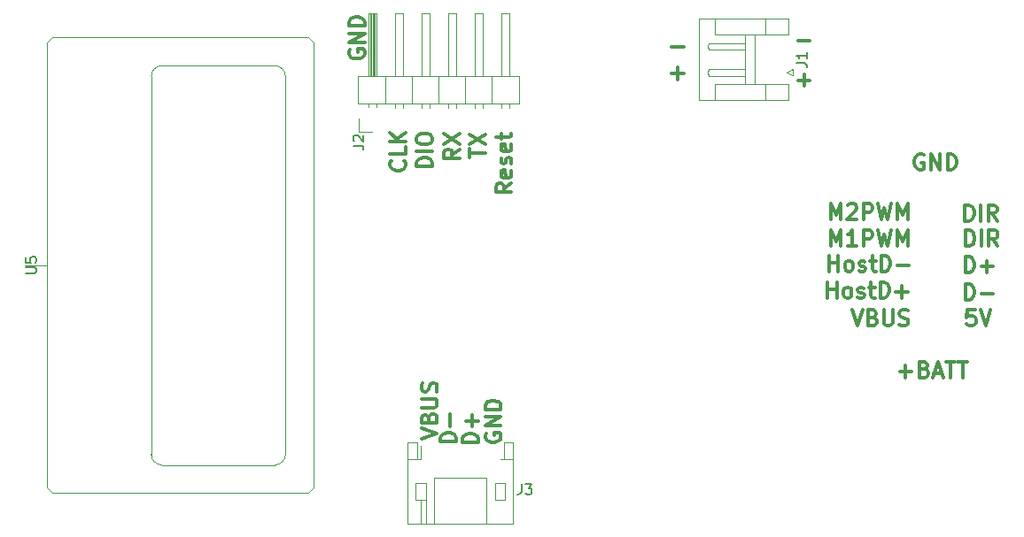
<source format=gto>
G04 #@! TF.FileFunction,Copper,L1,Top,Signal*
%FSLAX46Y46*%
G04 Gerber Fmt 4.6, Leading zero omitted, Abs format (unit mm)*
G04 Created by KiCad (PCBNEW 4.0.7) date *
%MOMM*%
%LPD*%
G01*
G04 APERTURE LIST*
%ADD10C,0.100000*%
%ADD11C,0.300000*%
%ADD12C,0.120000*%
%ADD13C,0.150000*%
G04 APERTURE END LIST*
D10*
X105240082Y-105457074D02*
X107240082Y-105457074D01*
D11*
X151745071Y-97615142D02*
X151030786Y-98115142D01*
X151745071Y-98472285D02*
X150245071Y-98472285D01*
X150245071Y-97900857D01*
X150316500Y-97757999D01*
X150387929Y-97686571D01*
X150530786Y-97615142D01*
X150745071Y-97615142D01*
X150887929Y-97686571D01*
X150959357Y-97757999D01*
X151030786Y-97900857D01*
X151030786Y-98472285D01*
X151673643Y-96400857D02*
X151745071Y-96543714D01*
X151745071Y-96829428D01*
X151673643Y-96972285D01*
X151530786Y-97043714D01*
X150959357Y-97043714D01*
X150816500Y-96972285D01*
X150745071Y-96829428D01*
X150745071Y-96543714D01*
X150816500Y-96400857D01*
X150959357Y-96329428D01*
X151102214Y-96329428D01*
X151245071Y-97043714D01*
X151673643Y-95758000D02*
X151745071Y-95615143D01*
X151745071Y-95329428D01*
X151673643Y-95186571D01*
X151530786Y-95115143D01*
X151459357Y-95115143D01*
X151316500Y-95186571D01*
X151245071Y-95329428D01*
X151245071Y-95543714D01*
X151173643Y-95686571D01*
X151030786Y-95758000D01*
X150959357Y-95758000D01*
X150816500Y-95686571D01*
X150745071Y-95543714D01*
X150745071Y-95329428D01*
X150816500Y-95186571D01*
X151673643Y-93900857D02*
X151745071Y-94043714D01*
X151745071Y-94329428D01*
X151673643Y-94472285D01*
X151530786Y-94543714D01*
X150959357Y-94543714D01*
X150816500Y-94472285D01*
X150745071Y-94329428D01*
X150745071Y-94043714D01*
X150816500Y-93900857D01*
X150959357Y-93829428D01*
X151102214Y-93829428D01*
X151245071Y-94543714D01*
X150745071Y-93400857D02*
X150745071Y-92829428D01*
X150245071Y-93186571D02*
X151530786Y-93186571D01*
X151673643Y-93115143D01*
X151745071Y-92972285D01*
X151745071Y-92829428D01*
X147768571Y-95122857D02*
X147768571Y-94265714D01*
X149268571Y-94694285D02*
X147768571Y-94694285D01*
X147768571Y-93908571D02*
X149268571Y-92908571D01*
X147768571Y-92908571D02*
X149268571Y-93908571D01*
X146792071Y-94356999D02*
X146077786Y-94856999D01*
X146792071Y-95214142D02*
X145292071Y-95214142D01*
X145292071Y-94642714D01*
X145363500Y-94499856D01*
X145434929Y-94428428D01*
X145577786Y-94356999D01*
X145792071Y-94356999D01*
X145934929Y-94428428D01*
X146006357Y-94499856D01*
X146077786Y-94642714D01*
X146077786Y-95214142D01*
X145292071Y-93856999D02*
X146792071Y-92856999D01*
X145292071Y-92856999D02*
X146792071Y-93856999D01*
X144188571Y-96023714D02*
X142688571Y-96023714D01*
X142688571Y-95666571D01*
X142760000Y-95452286D01*
X142902857Y-95309428D01*
X143045714Y-95238000D01*
X143331429Y-95166571D01*
X143545714Y-95166571D01*
X143831429Y-95238000D01*
X143974286Y-95309428D01*
X144117143Y-95452286D01*
X144188571Y-95666571D01*
X144188571Y-96023714D01*
X144188571Y-94523714D02*
X142688571Y-94523714D01*
X142688571Y-93523714D02*
X142688571Y-93238000D01*
X142760000Y-93095142D01*
X142902857Y-92952285D01*
X143188571Y-92880857D01*
X143688571Y-92880857D01*
X143974286Y-92952285D01*
X144117143Y-93095142D01*
X144188571Y-93238000D01*
X144188571Y-93523714D01*
X144117143Y-93666571D01*
X143974286Y-93809428D01*
X143688571Y-93880857D01*
X143188571Y-93880857D01*
X142902857Y-93809428D01*
X142760000Y-93666571D01*
X142688571Y-93523714D01*
X141505714Y-95444357D02*
X141577143Y-95515786D01*
X141648571Y-95730072D01*
X141648571Y-95872929D01*
X141577143Y-96087214D01*
X141434286Y-96230072D01*
X141291429Y-96301500D01*
X141005714Y-96372929D01*
X140791429Y-96372929D01*
X140505714Y-96301500D01*
X140362857Y-96230072D01*
X140220000Y-96087214D01*
X140148571Y-95872929D01*
X140148571Y-95730072D01*
X140220000Y-95515786D01*
X140291429Y-95444357D01*
X141648571Y-94087214D02*
X141648571Y-94801500D01*
X140148571Y-94801500D01*
X141648571Y-93587214D02*
X140148571Y-93587214D01*
X141648571Y-92730071D02*
X140791429Y-93372928D01*
X140148571Y-92730071D02*
X141005714Y-93587214D01*
X191135143Y-94881000D02*
X190992286Y-94809571D01*
X190778000Y-94809571D01*
X190563715Y-94881000D01*
X190420857Y-95023857D01*
X190349429Y-95166714D01*
X190278000Y-95452429D01*
X190278000Y-95666714D01*
X190349429Y-95952429D01*
X190420857Y-96095286D01*
X190563715Y-96238143D01*
X190778000Y-96309571D01*
X190920857Y-96309571D01*
X191135143Y-96238143D01*
X191206572Y-96166714D01*
X191206572Y-95666714D01*
X190920857Y-95666714D01*
X191849429Y-96309571D02*
X191849429Y-94809571D01*
X192706572Y-96309571D01*
X192706572Y-94809571D01*
X193420858Y-96309571D02*
X193420858Y-94809571D01*
X193778001Y-94809571D01*
X193992286Y-94881000D01*
X194135144Y-95023857D01*
X194206572Y-95166714D01*
X194278001Y-95452429D01*
X194278001Y-95666714D01*
X194206572Y-95952429D01*
X194135144Y-96095286D01*
X193992286Y-96238143D01*
X193778001Y-96309571D01*
X193420858Y-96309571D01*
X195096000Y-101199071D02*
X195096000Y-99699071D01*
X195453143Y-99699071D01*
X195667428Y-99770500D01*
X195810286Y-99913357D01*
X195881714Y-100056214D01*
X195953143Y-100341929D01*
X195953143Y-100556214D01*
X195881714Y-100841929D01*
X195810286Y-100984786D01*
X195667428Y-101127643D01*
X195453143Y-101199071D01*
X195096000Y-101199071D01*
X196596000Y-101199071D02*
X196596000Y-99699071D01*
X198167429Y-101199071D02*
X197667429Y-100484786D01*
X197310286Y-101199071D02*
X197310286Y-99699071D01*
X197881714Y-99699071D01*
X198024572Y-99770500D01*
X198096000Y-99841929D01*
X198167429Y-99984786D01*
X198167429Y-100199071D01*
X198096000Y-100341929D01*
X198024572Y-100413357D01*
X197881714Y-100484786D01*
X197310286Y-100484786D01*
X195159500Y-103612071D02*
X195159500Y-102112071D01*
X195516643Y-102112071D01*
X195730928Y-102183500D01*
X195873786Y-102326357D01*
X195945214Y-102469214D01*
X196016643Y-102754929D01*
X196016643Y-102969214D01*
X195945214Y-103254929D01*
X195873786Y-103397786D01*
X195730928Y-103540643D01*
X195516643Y-103612071D01*
X195159500Y-103612071D01*
X196659500Y-103612071D02*
X196659500Y-102112071D01*
X198230929Y-103612071D02*
X197730929Y-102897786D01*
X197373786Y-103612071D02*
X197373786Y-102112071D01*
X197945214Y-102112071D01*
X198088072Y-102183500D01*
X198159500Y-102254929D01*
X198230929Y-102397786D01*
X198230929Y-102612071D01*
X198159500Y-102754929D01*
X198088072Y-102826357D01*
X197945214Y-102897786D01*
X197373786Y-102897786D01*
X182249429Y-101072071D02*
X182249429Y-99572071D01*
X182749429Y-100643500D01*
X183249429Y-99572071D01*
X183249429Y-101072071D01*
X183892286Y-99714929D02*
X183963715Y-99643500D01*
X184106572Y-99572071D01*
X184463715Y-99572071D01*
X184606572Y-99643500D01*
X184678001Y-99714929D01*
X184749429Y-99857786D01*
X184749429Y-100000643D01*
X184678001Y-100214929D01*
X183820858Y-101072071D01*
X184749429Y-101072071D01*
X185392286Y-101072071D02*
X185392286Y-99572071D01*
X185963714Y-99572071D01*
X186106572Y-99643500D01*
X186178000Y-99714929D01*
X186249429Y-99857786D01*
X186249429Y-100072071D01*
X186178000Y-100214929D01*
X186106572Y-100286357D01*
X185963714Y-100357786D01*
X185392286Y-100357786D01*
X186749429Y-99572071D02*
X187106572Y-101072071D01*
X187392286Y-100000643D01*
X187678000Y-101072071D01*
X188035143Y-99572071D01*
X188606572Y-101072071D02*
X188606572Y-99572071D01*
X189106572Y-100643500D01*
X189606572Y-99572071D01*
X189606572Y-101072071D01*
X182249429Y-103612071D02*
X182249429Y-102112071D01*
X182749429Y-103183500D01*
X183249429Y-102112071D01*
X183249429Y-103612071D01*
X184749429Y-103612071D02*
X183892286Y-103612071D01*
X184320858Y-103612071D02*
X184320858Y-102112071D01*
X184178001Y-102326357D01*
X184035143Y-102469214D01*
X183892286Y-102540643D01*
X185392286Y-103612071D02*
X185392286Y-102112071D01*
X185963714Y-102112071D01*
X186106572Y-102183500D01*
X186178000Y-102254929D01*
X186249429Y-102397786D01*
X186249429Y-102612071D01*
X186178000Y-102754929D01*
X186106572Y-102826357D01*
X185963714Y-102897786D01*
X185392286Y-102897786D01*
X186749429Y-102112071D02*
X187106572Y-103612071D01*
X187392286Y-102540643D01*
X187678000Y-103612071D01*
X188035143Y-102112071D01*
X188606572Y-103612071D02*
X188606572Y-102112071D01*
X189106572Y-103183500D01*
X189606572Y-102112071D01*
X189606572Y-103612071D01*
X181979571Y-108565071D02*
X181979571Y-107065071D01*
X181979571Y-107779357D02*
X182836714Y-107779357D01*
X182836714Y-108565071D02*
X182836714Y-107065071D01*
X183765286Y-108565071D02*
X183622428Y-108493643D01*
X183551000Y-108422214D01*
X183479571Y-108279357D01*
X183479571Y-107850786D01*
X183551000Y-107707929D01*
X183622428Y-107636500D01*
X183765286Y-107565071D01*
X183979571Y-107565071D01*
X184122428Y-107636500D01*
X184193857Y-107707929D01*
X184265286Y-107850786D01*
X184265286Y-108279357D01*
X184193857Y-108422214D01*
X184122428Y-108493643D01*
X183979571Y-108565071D01*
X183765286Y-108565071D01*
X184836714Y-108493643D02*
X184979571Y-108565071D01*
X185265286Y-108565071D01*
X185408143Y-108493643D01*
X185479571Y-108350786D01*
X185479571Y-108279357D01*
X185408143Y-108136500D01*
X185265286Y-108065071D01*
X185051000Y-108065071D01*
X184908143Y-107993643D01*
X184836714Y-107850786D01*
X184836714Y-107779357D01*
X184908143Y-107636500D01*
X185051000Y-107565071D01*
X185265286Y-107565071D01*
X185408143Y-107636500D01*
X185908143Y-107565071D02*
X186479572Y-107565071D01*
X186122429Y-107065071D02*
X186122429Y-108350786D01*
X186193857Y-108493643D01*
X186336715Y-108565071D01*
X186479572Y-108565071D01*
X186979572Y-108565071D02*
X186979572Y-107065071D01*
X187336715Y-107065071D01*
X187551000Y-107136500D01*
X187693858Y-107279357D01*
X187765286Y-107422214D01*
X187836715Y-107707929D01*
X187836715Y-107922214D01*
X187765286Y-108207929D01*
X187693858Y-108350786D01*
X187551000Y-108493643D01*
X187336715Y-108565071D01*
X186979572Y-108565071D01*
X188479572Y-107993643D02*
X189622429Y-107993643D01*
X189051000Y-108565071D02*
X189051000Y-107422214D01*
X182106571Y-106025071D02*
X182106571Y-104525071D01*
X182106571Y-105239357D02*
X182963714Y-105239357D01*
X182963714Y-106025071D02*
X182963714Y-104525071D01*
X183892286Y-106025071D02*
X183749428Y-105953643D01*
X183678000Y-105882214D01*
X183606571Y-105739357D01*
X183606571Y-105310786D01*
X183678000Y-105167929D01*
X183749428Y-105096500D01*
X183892286Y-105025071D01*
X184106571Y-105025071D01*
X184249428Y-105096500D01*
X184320857Y-105167929D01*
X184392286Y-105310786D01*
X184392286Y-105739357D01*
X184320857Y-105882214D01*
X184249428Y-105953643D01*
X184106571Y-106025071D01*
X183892286Y-106025071D01*
X184963714Y-105953643D02*
X185106571Y-106025071D01*
X185392286Y-106025071D01*
X185535143Y-105953643D01*
X185606571Y-105810786D01*
X185606571Y-105739357D01*
X185535143Y-105596500D01*
X185392286Y-105525071D01*
X185178000Y-105525071D01*
X185035143Y-105453643D01*
X184963714Y-105310786D01*
X184963714Y-105239357D01*
X185035143Y-105096500D01*
X185178000Y-105025071D01*
X185392286Y-105025071D01*
X185535143Y-105096500D01*
X186035143Y-105025071D02*
X186606572Y-105025071D01*
X186249429Y-104525071D02*
X186249429Y-105810786D01*
X186320857Y-105953643D01*
X186463715Y-106025071D01*
X186606572Y-106025071D01*
X187106572Y-106025071D02*
X187106572Y-104525071D01*
X187463715Y-104525071D01*
X187678000Y-104596500D01*
X187820858Y-104739357D01*
X187892286Y-104882214D01*
X187963715Y-105167929D01*
X187963715Y-105382214D01*
X187892286Y-105667929D01*
X187820858Y-105810786D01*
X187678000Y-105953643D01*
X187463715Y-106025071D01*
X187106572Y-106025071D01*
X188606572Y-105453643D02*
X189749429Y-105453643D01*
X195147572Y-106152071D02*
X195147572Y-104652071D01*
X195504715Y-104652071D01*
X195719000Y-104723500D01*
X195861858Y-104866357D01*
X195933286Y-105009214D01*
X196004715Y-105294929D01*
X196004715Y-105509214D01*
X195933286Y-105794929D01*
X195861858Y-105937786D01*
X195719000Y-106080643D01*
X195504715Y-106152071D01*
X195147572Y-106152071D01*
X196647572Y-105580643D02*
X197790429Y-105580643D01*
X197219000Y-106152071D02*
X197219000Y-105009214D01*
X195147572Y-108755571D02*
X195147572Y-107255571D01*
X195504715Y-107255571D01*
X195719000Y-107327000D01*
X195861858Y-107469857D01*
X195933286Y-107612714D01*
X196004715Y-107898429D01*
X196004715Y-108112714D01*
X195933286Y-108398429D01*
X195861858Y-108541286D01*
X195719000Y-108684143D01*
X195504715Y-108755571D01*
X195147572Y-108755571D01*
X196647572Y-108184143D02*
X197790429Y-108184143D01*
X184321000Y-109732071D02*
X184821000Y-111232071D01*
X185321000Y-109732071D01*
X186321000Y-110446357D02*
X186535286Y-110517786D01*
X186606714Y-110589214D01*
X186678143Y-110732071D01*
X186678143Y-110946357D01*
X186606714Y-111089214D01*
X186535286Y-111160643D01*
X186392428Y-111232071D01*
X185821000Y-111232071D01*
X185821000Y-109732071D01*
X186321000Y-109732071D01*
X186463857Y-109803500D01*
X186535286Y-109874929D01*
X186606714Y-110017786D01*
X186606714Y-110160643D01*
X186535286Y-110303500D01*
X186463857Y-110374929D01*
X186321000Y-110446357D01*
X185821000Y-110446357D01*
X187321000Y-109732071D02*
X187321000Y-110946357D01*
X187392428Y-111089214D01*
X187463857Y-111160643D01*
X187606714Y-111232071D01*
X187892428Y-111232071D01*
X188035286Y-111160643D01*
X188106714Y-111089214D01*
X188178143Y-110946357D01*
X188178143Y-109732071D01*
X188821000Y-111160643D02*
X189035286Y-111232071D01*
X189392429Y-111232071D01*
X189535286Y-111160643D01*
X189606715Y-111089214D01*
X189678143Y-110946357D01*
X189678143Y-110803500D01*
X189606715Y-110660643D01*
X189535286Y-110589214D01*
X189392429Y-110517786D01*
X189106715Y-110446357D01*
X188963857Y-110374929D01*
X188892429Y-110303500D01*
X188821000Y-110160643D01*
X188821000Y-110017786D01*
X188892429Y-109874929D01*
X188963857Y-109803500D01*
X189106715Y-109732071D01*
X189463857Y-109732071D01*
X189678143Y-109803500D01*
X196056287Y-109732071D02*
X195342001Y-109732071D01*
X195270572Y-110446357D01*
X195342001Y-110374929D01*
X195484858Y-110303500D01*
X195842001Y-110303500D01*
X195984858Y-110374929D01*
X196056287Y-110446357D01*
X196127715Y-110589214D01*
X196127715Y-110946357D01*
X196056287Y-111089214D01*
X195984858Y-111160643D01*
X195842001Y-111232071D01*
X195484858Y-111232071D01*
X195342001Y-111160643D01*
X195270572Y-111089214D01*
X196556286Y-109732071D02*
X197056286Y-111232071D01*
X197556286Y-109732071D01*
X188853358Y-115613643D02*
X189996215Y-115613643D01*
X189424786Y-116185071D02*
X189424786Y-115042214D01*
X191210501Y-115399357D02*
X191424787Y-115470786D01*
X191496215Y-115542214D01*
X191567644Y-115685071D01*
X191567644Y-115899357D01*
X191496215Y-116042214D01*
X191424787Y-116113643D01*
X191281929Y-116185071D01*
X190710501Y-116185071D01*
X190710501Y-114685071D01*
X191210501Y-114685071D01*
X191353358Y-114756500D01*
X191424787Y-114827929D01*
X191496215Y-114970786D01*
X191496215Y-115113643D01*
X191424787Y-115256500D01*
X191353358Y-115327929D01*
X191210501Y-115399357D01*
X190710501Y-115399357D01*
X192139072Y-115756500D02*
X192853358Y-115756500D01*
X191996215Y-116185071D02*
X192496215Y-114685071D01*
X192996215Y-116185071D01*
X193281929Y-114685071D02*
X194139072Y-114685071D01*
X193710501Y-116185071D02*
X193710501Y-114685071D01*
X194424786Y-114685071D02*
X195281929Y-114685071D01*
X194853358Y-116185071D02*
X194853358Y-114685071D01*
X149300500Y-121538857D02*
X149229071Y-121681714D01*
X149229071Y-121896000D01*
X149300500Y-122110285D01*
X149443357Y-122253143D01*
X149586214Y-122324571D01*
X149871929Y-122396000D01*
X150086214Y-122396000D01*
X150371929Y-122324571D01*
X150514786Y-122253143D01*
X150657643Y-122110285D01*
X150729071Y-121896000D01*
X150729071Y-121753143D01*
X150657643Y-121538857D01*
X150586214Y-121467428D01*
X150086214Y-121467428D01*
X150086214Y-121753143D01*
X150729071Y-120824571D02*
X149229071Y-120824571D01*
X150729071Y-119967428D01*
X149229071Y-119967428D01*
X150729071Y-119253142D02*
X149229071Y-119253142D01*
X149229071Y-118895999D01*
X149300500Y-118681714D01*
X149443357Y-118538856D01*
X149586214Y-118467428D01*
X149871929Y-118395999D01*
X150086214Y-118395999D01*
X150371929Y-118467428D01*
X150514786Y-118538856D01*
X150657643Y-118681714D01*
X150729071Y-118895999D01*
X150729071Y-119253142D01*
X146474571Y-122352428D02*
X144974571Y-122352428D01*
X144974571Y-121995285D01*
X145046000Y-121781000D01*
X145188857Y-121638142D01*
X145331714Y-121566714D01*
X145617429Y-121495285D01*
X145831714Y-121495285D01*
X146117429Y-121566714D01*
X146260286Y-121638142D01*
X146403143Y-121781000D01*
X146474571Y-121995285D01*
X146474571Y-122352428D01*
X145903143Y-120852428D02*
X145903143Y-119709571D01*
X148570071Y-122415928D02*
X147070071Y-122415928D01*
X147070071Y-122058785D01*
X147141500Y-121844500D01*
X147284357Y-121701642D01*
X147427214Y-121630214D01*
X147712929Y-121558785D01*
X147927214Y-121558785D01*
X148212929Y-121630214D01*
X148355786Y-121701642D01*
X148498643Y-121844500D01*
X148570071Y-122058785D01*
X148570071Y-122415928D01*
X147998643Y-120915928D02*
X147998643Y-119773071D01*
X148570071Y-120344500D02*
X147427214Y-120344500D01*
X143133071Y-122066500D02*
X144633071Y-121566500D01*
X143133071Y-121066500D01*
X143847357Y-120066500D02*
X143918786Y-119852214D01*
X143990214Y-119780786D01*
X144133071Y-119709357D01*
X144347357Y-119709357D01*
X144490214Y-119780786D01*
X144561643Y-119852214D01*
X144633071Y-119995072D01*
X144633071Y-120566500D01*
X143133071Y-120566500D01*
X143133071Y-120066500D01*
X143204500Y-119923643D01*
X143275929Y-119852214D01*
X143418786Y-119780786D01*
X143561643Y-119780786D01*
X143704500Y-119852214D01*
X143775929Y-119923643D01*
X143847357Y-120066500D01*
X143847357Y-120566500D01*
X143133071Y-119066500D02*
X144347357Y-119066500D01*
X144490214Y-118995072D01*
X144561643Y-118923643D01*
X144633071Y-118780786D01*
X144633071Y-118495072D01*
X144561643Y-118352214D01*
X144490214Y-118280786D01*
X144347357Y-118209357D01*
X143133071Y-118209357D01*
X144561643Y-117566500D02*
X144633071Y-117352214D01*
X144633071Y-116995071D01*
X144561643Y-116852214D01*
X144490214Y-116780785D01*
X144347357Y-116709357D01*
X144204500Y-116709357D01*
X144061643Y-116780785D01*
X143990214Y-116852214D01*
X143918786Y-116995071D01*
X143847357Y-117280785D01*
X143775929Y-117423643D01*
X143704500Y-117495071D01*
X143561643Y-117566500D01*
X143418786Y-117566500D01*
X143275929Y-117495071D01*
X143204500Y-117423643D01*
X143133071Y-117280785D01*
X143133071Y-116923643D01*
X143204500Y-116709357D01*
X136283000Y-84835857D02*
X136211571Y-84978714D01*
X136211571Y-85193000D01*
X136283000Y-85407285D01*
X136425857Y-85550143D01*
X136568714Y-85621571D01*
X136854429Y-85693000D01*
X137068714Y-85693000D01*
X137354429Y-85621571D01*
X137497286Y-85550143D01*
X137640143Y-85407285D01*
X137711571Y-85193000D01*
X137711571Y-85050143D01*
X137640143Y-84835857D01*
X137568714Y-84764428D01*
X137068714Y-84764428D01*
X137068714Y-85050143D01*
X137711571Y-84121571D02*
X136211571Y-84121571D01*
X137711571Y-83264428D01*
X136211571Y-83264428D01*
X137711571Y-82550142D02*
X136211571Y-82550142D01*
X136211571Y-82192999D01*
X136283000Y-81978714D01*
X136425857Y-81835856D01*
X136568714Y-81764428D01*
X136854429Y-81692999D01*
X137068714Y-81692999D01*
X137354429Y-81764428D01*
X137497286Y-81835856D01*
X137640143Y-81978714D01*
X137711571Y-82192999D01*
X137711571Y-82550142D01*
X167068572Y-84562143D02*
X168211429Y-84562143D01*
X179133572Y-83927143D02*
X180276429Y-83927143D01*
X179133572Y-87737143D02*
X180276429Y-87737143D01*
X179705000Y-88308571D02*
X179705000Y-87165714D01*
X167068572Y-87102143D02*
X168211429Y-87102143D01*
X167640000Y-87673571D02*
X167640000Y-86530714D01*
D10*
X117320000Y-87360000D02*
G75*
G02X118320000Y-86360000I1000000J0D01*
G01*
X129140000Y-86360000D02*
G75*
G02X130140000Y-87360000I0J-1000000D01*
G01*
X117320000Y-87360000D02*
X117320000Y-123560000D01*
X118318255Y-124559998D02*
G75*
G02X117320000Y-123560000I1745J999998D01*
G01*
X107370000Y-84160000D02*
X107870000Y-83660000D01*
X107370000Y-126760000D02*
X107370000Y-84160000D01*
X130140000Y-123560000D02*
G75*
G02X129140000Y-124560000I-1000000J0D01*
G01*
X132340000Y-83660000D02*
X107870000Y-83660000D01*
X132840000Y-84160000D02*
X132840000Y-126760000D01*
X132340000Y-127260000D02*
X107870000Y-127260000D01*
X129140000Y-86360000D02*
X118320000Y-86360000D01*
X132840000Y-126760000D02*
X132340000Y-127260000D01*
X132340000Y-83660000D02*
X132840000Y-84160000D01*
X107870000Y-127260000D02*
X107370000Y-126760000D01*
X130140000Y-87360000D02*
X130140000Y-123560000D01*
X129140000Y-124560000D02*
X118320000Y-124560000D01*
D12*
X175980000Y-88145000D02*
X178180000Y-88145000D01*
X178180000Y-88145000D02*
X178180000Y-89645000D01*
X178180000Y-89645000D02*
X169680000Y-89645000D01*
X169680000Y-89645000D02*
X169680000Y-81845000D01*
X169680000Y-81845000D02*
X178180000Y-81845000D01*
X178180000Y-81845000D02*
X178180000Y-83345000D01*
X178180000Y-83345000D02*
X175980000Y-83345000D01*
X171180000Y-89645000D02*
X171180000Y-88145000D01*
X171180000Y-88145000D02*
X175980000Y-88145000D01*
X175980000Y-88145000D02*
X175980000Y-89645000D01*
X171180000Y-81845000D02*
X171180000Y-83345000D01*
X171180000Y-83345000D02*
X175980000Y-83345000D01*
X175980000Y-83345000D02*
X175980000Y-81845000D01*
X174030000Y-88145000D02*
X174030000Y-83345000D01*
X175030000Y-88145000D02*
X175030000Y-83345000D01*
X174030000Y-86995000D02*
X174030000Y-87315000D01*
X174030000Y-87315000D02*
X170610000Y-87315000D01*
X170610000Y-87315000D02*
X170530000Y-86995000D01*
X170530000Y-86995000D02*
X170610000Y-86675000D01*
X170610000Y-86675000D02*
X174030000Y-86675000D01*
X174030000Y-86675000D02*
X174030000Y-86995000D01*
X174030000Y-84495000D02*
X174030000Y-84815000D01*
X174030000Y-84815000D02*
X170610000Y-84815000D01*
X170610000Y-84815000D02*
X170530000Y-84495000D01*
X170530000Y-84495000D02*
X170610000Y-84175000D01*
X170610000Y-84175000D02*
X174030000Y-84175000D01*
X174030000Y-84175000D02*
X174030000Y-84495000D01*
X178030000Y-86995000D02*
X178630000Y-87295000D01*
X178630000Y-87295000D02*
X178630000Y-86695000D01*
X178630000Y-86695000D02*
X178030000Y-86995000D01*
X137100000Y-90000000D02*
X152460000Y-90000000D01*
X152460000Y-90000000D02*
X152460000Y-87340000D01*
X152460000Y-87340000D02*
X137100000Y-87340000D01*
X137100000Y-87340000D02*
X137100000Y-90000000D01*
X138050000Y-87340000D02*
X138050000Y-81340000D01*
X138050000Y-81340000D02*
X138810000Y-81340000D01*
X138810000Y-81340000D02*
X138810000Y-87340000D01*
X138110000Y-87340000D02*
X138110000Y-81340000D01*
X138230000Y-87340000D02*
X138230000Y-81340000D01*
X138350000Y-87340000D02*
X138350000Y-81340000D01*
X138470000Y-87340000D02*
X138470000Y-81340000D01*
X138590000Y-87340000D02*
X138590000Y-81340000D01*
X138710000Y-87340000D02*
X138710000Y-81340000D01*
X138050000Y-90330000D02*
X138050000Y-90000000D01*
X138810000Y-90330000D02*
X138810000Y-90000000D01*
X139700000Y-90000000D02*
X139700000Y-87340000D01*
X140590000Y-87340000D02*
X140590000Y-81340000D01*
X140590000Y-81340000D02*
X141350000Y-81340000D01*
X141350000Y-81340000D02*
X141350000Y-87340000D01*
X140590000Y-90397071D02*
X140590000Y-90000000D01*
X141350000Y-90397071D02*
X141350000Y-90000000D01*
X142240000Y-90000000D02*
X142240000Y-87340000D01*
X143130000Y-87340000D02*
X143130000Y-81340000D01*
X143130000Y-81340000D02*
X143890000Y-81340000D01*
X143890000Y-81340000D02*
X143890000Y-87340000D01*
X143130000Y-90397071D02*
X143130000Y-90000000D01*
X143890000Y-90397071D02*
X143890000Y-90000000D01*
X144780000Y-90000000D02*
X144780000Y-87340000D01*
X145670000Y-87340000D02*
X145670000Y-81340000D01*
X145670000Y-81340000D02*
X146430000Y-81340000D01*
X146430000Y-81340000D02*
X146430000Y-87340000D01*
X145670000Y-90397071D02*
X145670000Y-90000000D01*
X146430000Y-90397071D02*
X146430000Y-90000000D01*
X147320000Y-90000000D02*
X147320000Y-87340000D01*
X148210000Y-87340000D02*
X148210000Y-81340000D01*
X148210000Y-81340000D02*
X148970000Y-81340000D01*
X148970000Y-81340000D02*
X148970000Y-87340000D01*
X148210000Y-90397071D02*
X148210000Y-90000000D01*
X148970000Y-90397071D02*
X148970000Y-90000000D01*
X149860000Y-90000000D02*
X149860000Y-87340000D01*
X150750000Y-87340000D02*
X150750000Y-81340000D01*
X150750000Y-81340000D02*
X151510000Y-81340000D01*
X151510000Y-81340000D02*
X151510000Y-87340000D01*
X150750000Y-90397071D02*
X150750000Y-90000000D01*
X151510000Y-90397071D02*
X151510000Y-90000000D01*
X138430000Y-92710000D02*
X137160000Y-92710000D01*
X137160000Y-92710000D02*
X137160000Y-91440000D01*
X144360000Y-130175000D02*
X144360000Y-125825000D01*
X144360000Y-125825000D02*
X149360000Y-125825000D01*
X149360000Y-125825000D02*
X149360000Y-130175000D01*
X143060000Y-123975000D02*
X142710000Y-123975000D01*
X142710000Y-123975000D02*
X142710000Y-122375000D01*
X142710000Y-122375000D02*
X141810000Y-122375000D01*
X141810000Y-122375000D02*
X141810000Y-130175000D01*
X141810000Y-130175000D02*
X151910000Y-130175000D01*
X151910000Y-130175000D02*
X151910000Y-122375000D01*
X151910000Y-122375000D02*
X151010000Y-122375000D01*
X151010000Y-122375000D02*
X151010000Y-123975000D01*
X151010000Y-123975000D02*
X150660000Y-123975000D01*
X141810000Y-123975000D02*
X142710000Y-123975000D01*
X151910000Y-123975000D02*
X151010000Y-123975000D01*
X142560000Y-126325000D02*
X142560000Y-127925000D01*
X142560000Y-127925000D02*
X143560000Y-127925000D01*
X143560000Y-127925000D02*
X143560000Y-126325000D01*
X143560000Y-126325000D02*
X142560000Y-126325000D01*
X151160000Y-126325000D02*
X151160000Y-127925000D01*
X151160000Y-127925000D02*
X150160000Y-127925000D01*
X150160000Y-127925000D02*
X150160000Y-126325000D01*
X150160000Y-126325000D02*
X151160000Y-126325000D01*
X143560000Y-127925000D02*
X143560000Y-130175000D01*
X143060000Y-127925000D02*
X143060000Y-130175000D01*
X143060000Y-123975000D02*
X143060000Y-122775000D01*
D13*
X105332381Y-106221905D02*
X106141905Y-106221905D01*
X106237143Y-106174286D01*
X106284762Y-106126667D01*
X106332381Y-106031429D01*
X106332381Y-105840952D01*
X106284762Y-105745714D01*
X106237143Y-105698095D01*
X106141905Y-105650476D01*
X105332381Y-105650476D01*
X105332381Y-104698095D02*
X105332381Y-105174286D01*
X105808571Y-105221905D01*
X105760952Y-105174286D01*
X105713333Y-105079048D01*
X105713333Y-104840952D01*
X105760952Y-104745714D01*
X105808571Y-104698095D01*
X105903810Y-104650476D01*
X106141905Y-104650476D01*
X106237143Y-104698095D01*
X106284762Y-104745714D01*
X106332381Y-104840952D01*
X106332381Y-105079048D01*
X106284762Y-105174286D01*
X106237143Y-105221905D01*
X178982381Y-86078333D02*
X179696667Y-86078333D01*
X179839524Y-86125953D01*
X179934762Y-86221191D01*
X179982381Y-86364048D01*
X179982381Y-86459286D01*
X179982381Y-85078333D02*
X179982381Y-85649762D01*
X179982381Y-85364048D02*
X178982381Y-85364048D01*
X179125238Y-85459286D01*
X179220476Y-85554524D01*
X179268095Y-85649762D01*
X136612381Y-93995833D02*
X137326667Y-93995833D01*
X137469524Y-94043453D01*
X137564762Y-94138691D01*
X137612381Y-94281548D01*
X137612381Y-94376786D01*
X136707619Y-93567262D02*
X136660000Y-93519643D01*
X136612381Y-93424405D01*
X136612381Y-93186309D01*
X136660000Y-93091071D01*
X136707619Y-93043452D01*
X136802857Y-92995833D01*
X136898095Y-92995833D01*
X137040952Y-93043452D01*
X137612381Y-93614881D01*
X137612381Y-92995833D01*
X152701667Y-126388881D02*
X152701667Y-127103167D01*
X152654047Y-127246024D01*
X152558809Y-127341262D01*
X152415952Y-127388881D01*
X152320714Y-127388881D01*
X153082619Y-126388881D02*
X153701667Y-126388881D01*
X153368333Y-126769833D01*
X153511191Y-126769833D01*
X153606429Y-126817452D01*
X153654048Y-126865071D01*
X153701667Y-126960310D01*
X153701667Y-127198405D01*
X153654048Y-127293643D01*
X153606429Y-127341262D01*
X153511191Y-127388881D01*
X153225476Y-127388881D01*
X153130238Y-127341262D01*
X153082619Y-127293643D01*
M02*

</source>
